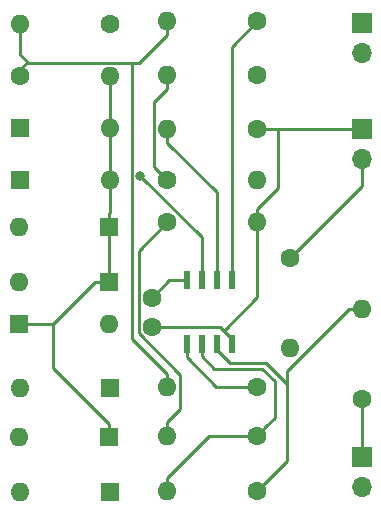
<source format=gbr>
G04 #@! TF.GenerationSoftware,KiCad,Pcbnew,(5.0.1)-3*
G04 #@! TF.CreationDate,2019-02-06T21:35:15-05:00*
G04 #@! TF.ProjectId,OdysseyDaughterCardSummer,4F647973736579446175676874657243,1.1*
G04 #@! TF.SameCoordinates,Original*
G04 #@! TF.FileFunction,Copper,L1,Top,Signal*
G04 #@! TF.FilePolarity,Positive*
%FSLAX46Y46*%
G04 Gerber Fmt 4.6, Leading zero omitted, Abs format (unit mm)*
G04 Created by KiCad (PCBNEW (5.0.1)-3) date 2/6/2019 9:35:15 PM*
%MOMM*%
%LPD*%
G01*
G04 APERTURE LIST*
G04 #@! TA.AperFunction,ComponentPad*
%ADD10O,1.600000X1.600000*%
G04 #@! TD*
G04 #@! TA.AperFunction,ComponentPad*
%ADD11R,1.600000X1.600000*%
G04 #@! TD*
G04 #@! TA.AperFunction,ComponentPad*
%ADD12C,1.600000*%
G04 #@! TD*
G04 #@! TA.AperFunction,ComponentPad*
%ADD13R,1.700000X1.700000*%
G04 #@! TD*
G04 #@! TA.AperFunction,ComponentPad*
%ADD14O,1.700000X1.700000*%
G04 #@! TD*
G04 #@! TA.AperFunction,SMDPad,CuDef*
%ADD15R,0.600000X1.550000*%
G04 #@! TD*
G04 #@! TA.AperFunction,ViaPad*
%ADD16C,0.800000*%
G04 #@! TD*
G04 #@! TA.AperFunction,Conductor*
%ADD17C,0.250000*%
G04 #@! TD*
G04 APERTURE END LIST*
D10*
G04 #@! TO.P,D1,2*
G04 #@! TO.N,/Card2*
X136525000Y-116205000D03*
D11*
G04 #@! TO.P,D1,1*
G04 #@! TO.N,Net-(D1-Pad1)*
X144145000Y-116205000D03*
G04 #@! TD*
D10*
G04 #@! TO.P,D2,2*
G04 #@! TO.N,/Card1*
X136652000Y-120904000D03*
D11*
G04 #@! TO.P,D2,1*
G04 #@! TO.N,/Card2*
X144272000Y-120904000D03*
G04 #@! TD*
D10*
G04 #@! TO.P,D3,2*
G04 #@! TO.N,/Card4*
X144145000Y-106680000D03*
D11*
G04 #@! TO.P,D3,1*
G04 #@! TO.N,Net-(D1-Pad1)*
X136525000Y-106680000D03*
G04 #@! TD*
D10*
G04 #@! TO.P,D4,2*
G04 #@! TO.N,/Card3*
X136652000Y-112099000D03*
D11*
G04 #@! TO.P,D4,1*
G04 #@! TO.N,/Card4*
X144272000Y-112099000D03*
G04 #@! TD*
D10*
G04 #@! TO.P,D5,2*
G04 #@! TO.N,/Card5*
X136525000Y-103124000D03*
D11*
G04 #@! TO.P,D5,1*
G04 #@! TO.N,Net-(D1-Pad1)*
X144145000Y-103124000D03*
G04 #@! TD*
G04 #@! TO.P,D6,1*
G04 #@! TO.N,Net-(D1-Pad1)*
X144145000Y-98425000D03*
D10*
G04 #@! TO.P,D6,2*
G04 #@! TO.N,/Card6*
X136525000Y-98425000D03*
G04 #@! TD*
G04 #@! TO.P,D7,2*
G04 #@! TO.N,Net-(D1-Pad1)*
X144272000Y-94488000D03*
D11*
G04 #@! TO.P,D7,1*
G04 #@! TO.N,Net-(D7-Pad1)*
X136652000Y-94488000D03*
G04 #@! TD*
G04 #@! TO.P,D8,1*
G04 #@! TO.N,/Card8*
X136652000Y-90085300D03*
D10*
G04 #@! TO.P,D8,2*
G04 #@! TO.N,Net-(D1-Pad1)*
X144272000Y-90085300D03*
G04 #@! TD*
G04 #@! TO.P,R1,2*
G04 #@! TO.N,Net-(D1-Pad1)*
X144272000Y-85682700D03*
D12*
G04 #@! TO.P,R1,1*
G04 #@! TO.N,/Card10*
X136652000Y-85682700D03*
G04 #@! TD*
D10*
G04 #@! TO.P,R2,2*
G04 #@! TO.N,/Card10*
X136652000Y-81280000D03*
D12*
G04 #@! TO.P,R2,1*
G04 #@! TO.N,/Card8*
X144272000Y-81280000D03*
G04 #@! TD*
D10*
G04 #@! TO.P,R3,2*
G04 #@! TO.N,/Card10*
X149098000Y-81026000D03*
D12*
G04 #@! TO.P,R3,1*
G04 #@! TO.N,Net-(D7-Pad1)*
X156718000Y-81026000D03*
G04 #@! TD*
D13*
G04 #@! TO.P,J1,1*
G04 #@! TO.N,Net-(D1-Pad1)*
X165608000Y-81176000D03*
D14*
G04 #@! TO.P,J1,2*
G04 #@! TO.N,/Card5*
X165608000Y-83716000D03*
G04 #@! TD*
D12*
G04 #@! TO.P,C1,1*
G04 #@! TO.N,VCC*
X147828000Y-106934000D03*
G04 #@! TO.P,C1,2*
G04 #@! TO.N,GND*
X147828000Y-104434000D03*
G04 #@! TD*
D13*
G04 #@! TO.P,J2,1*
G04 #@! TO.N,VCC*
X165608000Y-90170000D03*
D14*
G04 #@! TO.P,J2,2*
G04 #@! TO.N,GND*
X165608000Y-92710000D03*
G04 #@! TD*
D12*
G04 #@! TO.P,R4,1*
G04 #@! TO.N,Net-(R4-Pad1)*
X149098000Y-98044000D03*
D10*
G04 #@! TO.P,R4,2*
G04 #@! TO.N,VCC*
X156718000Y-98044000D03*
G04 #@! TD*
G04 #@! TO.P,R5,2*
G04 #@! TO.N,Net-(R4-Pad1)*
X156718000Y-94488000D03*
D12*
G04 #@! TO.P,R5,1*
G04 #@! TO.N,GND*
X149098000Y-94488000D03*
G04 #@! TD*
D10*
G04 #@! TO.P,R6,2*
G04 #@! TO.N,/Card10*
X149098000Y-111999000D03*
D12*
G04 #@! TO.P,R6,1*
G04 #@! TO.N,Net-(R6-Pad1)*
X156718000Y-111999000D03*
G04 #@! TD*
D10*
G04 #@! TO.P,R7,2*
G04 #@! TO.N,Net-(R4-Pad1)*
X149098000Y-116105000D03*
D12*
G04 #@! TO.P,R7,1*
G04 #@! TO.N,Net-(R7-Pad1)*
X156718000Y-116105000D03*
G04 #@! TD*
G04 #@! TO.P,R8,1*
G04 #@! TO.N,GND*
X159512000Y-101092000D03*
D10*
G04 #@! TO.P,R8,2*
G04 #@! TO.N,Net-(R6-Pad1)*
X159512000Y-108712000D03*
G04 #@! TD*
D12*
G04 #@! TO.P,R9,1*
G04 #@! TO.N,Net-(R12-Pad2)*
X156718000Y-120804000D03*
D10*
G04 #@! TO.P,R9,2*
G04 #@! TO.N,Net-(R7-Pad1)*
X149098000Y-120804000D03*
G04 #@! TD*
G04 #@! TO.P,R10,2*
G04 #@! TO.N,Net-(R10-Pad2)*
X149098000Y-90170000D03*
D12*
G04 #@! TO.P,R10,1*
G04 #@! TO.N,VCC*
X156718000Y-90170000D03*
G04 #@! TD*
G04 #@! TO.P,R11,1*
G04 #@! TO.N,Net-(R10-Pad2)*
X156718000Y-85598000D03*
D10*
G04 #@! TO.P,R11,2*
G04 #@! TO.N,GND*
X149098000Y-85598000D03*
G04 #@! TD*
D12*
G04 #@! TO.P,R12,1*
G04 #@! TO.N,Net-(J3-Pad1)*
X165608000Y-113030000D03*
D10*
G04 #@! TO.P,R12,2*
G04 #@! TO.N,Net-(R12-Pad2)*
X165608000Y-105410000D03*
G04 #@! TD*
D15*
G04 #@! TO.P,U1,1*
G04 #@! TO.N,Net-(D7-Pad1)*
X154559000Y-102964000D03*
G04 #@! TO.P,U1,2*
G04 #@! TO.N,Net-(R10-Pad2)*
X153289000Y-102964000D03*
G04 #@! TO.P,U1,3*
G04 #@! TO.N,/Card7*
X152019000Y-102964000D03*
G04 #@! TO.P,U1,4*
G04 #@! TO.N,GND*
X150749000Y-102964000D03*
G04 #@! TO.P,U1,5*
G04 #@! TO.N,Net-(R6-Pad1)*
X150749000Y-108364000D03*
G04 #@! TO.P,U1,6*
G04 #@! TO.N,Net-(R7-Pad1)*
X152019000Y-108364000D03*
G04 #@! TO.P,U1,7*
G04 #@! TO.N,Net-(R12-Pad2)*
X153289000Y-108364000D03*
G04 #@! TO.P,U1,8*
G04 #@! TO.N,VCC*
X154559000Y-108364000D03*
G04 #@! TD*
D13*
G04 #@! TO.P,J3,1*
G04 #@! TO.N,Net-(J3-Pad1)*
X165608000Y-117954000D03*
D14*
G04 #@! TO.P,J3,2*
G04 #@! TO.N,GND*
X165608000Y-120494000D03*
G04 #@! TD*
D16*
G04 #@! TO.N,/Card7*
X146848200Y-94110200D03*
G04 #@! TD*
D17*
G04 #@! TO.N,Net-(D1-Pad1)*
X139428300Y-106680000D02*
X139428300Y-110363000D01*
X139428300Y-110363000D02*
X144145000Y-115079700D01*
X144145000Y-103124000D02*
X142984300Y-103124000D01*
X142984300Y-103124000D02*
X139428300Y-106680000D01*
X139428300Y-106680000D02*
X137650300Y-106680000D01*
X144145000Y-116205000D02*
X144145000Y-115079700D01*
X136525000Y-106680000D02*
X137650300Y-106680000D01*
X144145000Y-98425000D02*
X144145000Y-103124000D01*
X144145000Y-98425000D02*
X144145000Y-97299700D01*
X144272000Y-94488000D02*
X144272000Y-97172700D01*
X144272000Y-97172700D02*
X144145000Y-97299700D01*
X144272000Y-94488000D02*
X144272000Y-90085300D01*
X144272000Y-85682700D02*
X144272000Y-90085300D01*
G04 #@! TO.N,/Card7*
X152019000Y-102964000D02*
X152019000Y-99281000D01*
X152019000Y-99281000D02*
X146848200Y-94110200D01*
G04 #@! TO.N,/Card10*
X146122900Y-84519600D02*
X137815100Y-84519600D01*
X149098000Y-82151300D02*
X146729700Y-84519600D01*
X146729700Y-84519600D02*
X146122900Y-84519600D01*
X146122900Y-84519600D02*
X146122900Y-107898600D01*
X146122900Y-107898600D02*
X149098000Y-110873700D01*
X149098000Y-81026000D02*
X149098000Y-82151300D01*
X149098000Y-111999000D02*
X149098000Y-110873700D01*
X136652000Y-85090000D02*
X136652000Y-85682700D01*
X137815100Y-84519600D02*
X137222400Y-84519600D01*
X137222400Y-84519600D02*
X136652000Y-85090000D01*
X137351600Y-84519600D02*
X137815100Y-84519600D01*
X136652000Y-81280000D02*
X136652000Y-83820000D01*
X136652000Y-83820000D02*
X137351600Y-84519600D01*
G04 #@! TO.N,VCC*
X153885700Y-107215700D02*
X154559000Y-107889000D01*
X154559000Y-107889000D02*
X154559000Y-108364000D01*
X147828000Y-106934000D02*
X153604000Y-106934000D01*
X153604000Y-106934000D02*
X153885700Y-107215700D01*
X156718000Y-98044000D02*
X156718000Y-104383400D01*
X156718000Y-104383400D02*
X153885700Y-107215700D01*
X157861500Y-90170000D02*
X164432700Y-90170000D01*
X165608000Y-90170000D02*
X164432700Y-90170000D01*
X156718000Y-90170000D02*
X157861500Y-90170000D01*
X156718000Y-97481300D02*
X156718000Y-98044000D01*
X156718000Y-96918700D02*
X156718000Y-97481300D01*
X158496000Y-95140700D02*
X156718000Y-96918700D01*
X157861500Y-90170000D02*
X158496000Y-90170000D01*
X158496000Y-90170000D02*
X158496000Y-95140700D01*
G04 #@! TO.N,GND*
X159512000Y-101092000D02*
X165608000Y-94996000D01*
X165608000Y-94996000D02*
X165608000Y-92710000D01*
X149098000Y-85598000D02*
X149098000Y-86723300D01*
X149098000Y-94488000D02*
X147972700Y-93362700D01*
X147972700Y-93362700D02*
X147972700Y-87848600D01*
X147972700Y-87848600D02*
X149098000Y-86723300D01*
X147828000Y-104434000D02*
X149298000Y-102964000D01*
X149298000Y-102964000D02*
X150749000Y-102964000D01*
G04 #@! TO.N,Net-(D7-Pad1)*
X154559000Y-102964000D02*
X154559000Y-83185000D01*
X154559000Y-83185000D02*
X156718000Y-81026000D01*
G04 #@! TO.N,Net-(J3-Pad1)*
X165608000Y-113030000D02*
X165608000Y-117954000D01*
G04 #@! TO.N,Net-(R4-Pad1)*
X149098000Y-116105000D02*
X149098000Y-114979700D01*
X149098000Y-98044000D02*
X146692800Y-100449200D01*
X146692800Y-100449200D02*
X146692800Y-107404600D01*
X146692800Y-107404600D02*
X150223300Y-110935100D01*
X150223300Y-110935100D02*
X150223300Y-113854400D01*
X150223300Y-113854400D02*
X149098000Y-114979700D01*
G04 #@! TO.N,Net-(R6-Pad1)*
X150749000Y-109464300D02*
X153283700Y-111999000D01*
X153283700Y-111999000D02*
X156718000Y-111999000D01*
X150749000Y-108364000D02*
X150749000Y-109464300D01*
G04 #@! TO.N,Net-(R7-Pad1)*
X149098000Y-119678700D02*
X152671700Y-116105000D01*
X152671700Y-116105000D02*
X156718000Y-116105000D01*
X149098000Y-120804000D02*
X149098000Y-119678700D01*
X152019000Y-108364000D02*
X152019000Y-109389000D01*
X158242000Y-111506000D02*
X158242000Y-114581000D01*
X157517999Y-115305001D02*
X156718000Y-116105000D01*
X158242000Y-114581000D02*
X157517999Y-115305001D01*
X157168011Y-110432011D02*
X158242000Y-111506000D01*
X153062011Y-110432011D02*
X157168011Y-110432011D01*
X152019000Y-109389000D02*
X153062011Y-110432011D01*
G04 #@! TO.N,Net-(R12-Pad2)*
X159258000Y-110634700D02*
X159258000Y-111506000D01*
X165608000Y-105410000D02*
X164482700Y-105410000D01*
X164482700Y-105410000D02*
X159258000Y-110634700D01*
X159258000Y-118264000D02*
X156718000Y-120804000D01*
X159258000Y-111506000D02*
X159258000Y-111760000D01*
X159258000Y-111760000D02*
X159258000Y-118264000D01*
X153289000Y-108839000D02*
X153289000Y-108364000D01*
X154432000Y-109982000D02*
X153289000Y-108839000D01*
X157480000Y-109982000D02*
X154432000Y-109982000D01*
X159258000Y-111760000D02*
X157480000Y-109982000D01*
G04 #@! TO.N,Net-(R10-Pad2)*
X149098000Y-90170000D02*
X149098000Y-91295300D01*
X153289000Y-102964000D02*
X153289000Y-95486300D01*
X153289000Y-95486300D02*
X149098000Y-91295300D01*
G04 #@! TD*
M02*

</source>
